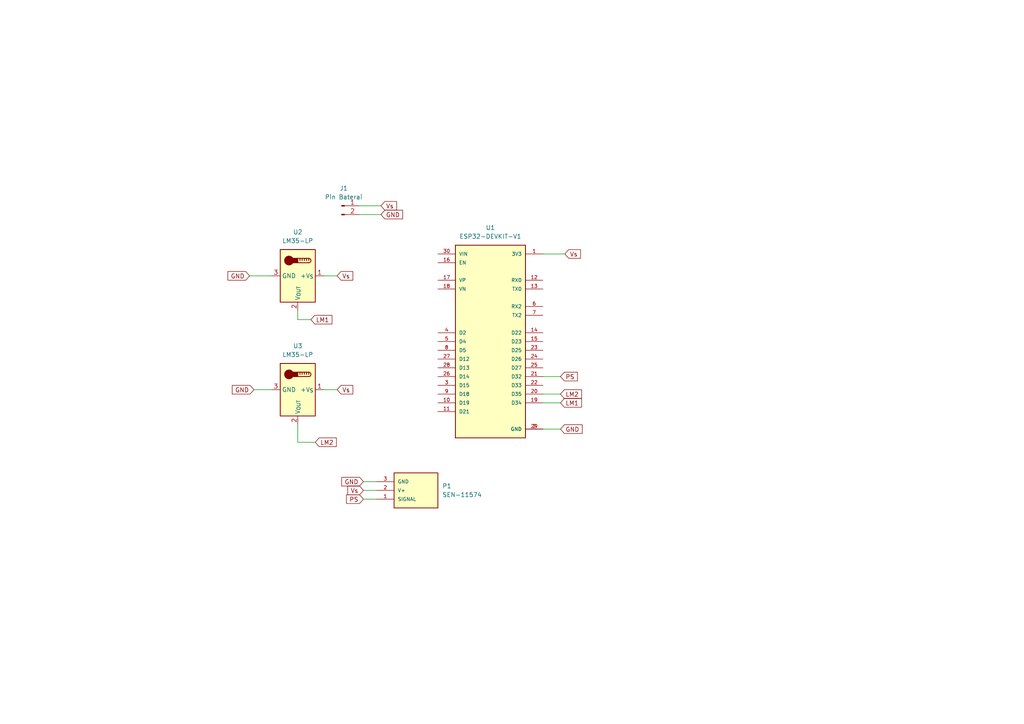
<source format=kicad_sch>
(kicad_sch
	(version 20231120)
	(generator "eeschema")
	(generator_version "8.0")
	(uuid "ebeb2597-4de6-4c9b-9979-27f390d25741")
	(paper "A4")
	(lib_symbols
		(symbol "Connector:Conn_01x02_Pin"
			(pin_names
				(offset 1.016) hide)
			(exclude_from_sim no)
			(in_bom yes)
			(on_board yes)
			(property "Reference" "J"
				(at 0 2.54 0)
				(effects
					(font
						(size 1.27 1.27)
					)
				)
			)
			(property "Value" "Conn_01x02_Pin"
				(at 0 -5.08 0)
				(effects
					(font
						(size 1.27 1.27)
					)
				)
			)
			(property "Footprint" ""
				(at 0 0 0)
				(effects
					(font
						(size 1.27 1.27)
					)
					(hide yes)
				)
			)
			(property "Datasheet" "~"
				(at 0 0 0)
				(effects
					(font
						(size 1.27 1.27)
					)
					(hide yes)
				)
			)
			(property "Description" "Generic connector, single row, 01x02, script generated"
				(at 0 0 0)
				(effects
					(font
						(size 1.27 1.27)
					)
					(hide yes)
				)
			)
			(property "ki_locked" ""
				(at 0 0 0)
				(effects
					(font
						(size 1.27 1.27)
					)
				)
			)
			(property "ki_keywords" "connector"
				(at 0 0 0)
				(effects
					(font
						(size 1.27 1.27)
					)
					(hide yes)
				)
			)
			(property "ki_fp_filters" "Connector*:*_1x??_*"
				(at 0 0 0)
				(effects
					(font
						(size 1.27 1.27)
					)
					(hide yes)
				)
			)
			(symbol "Conn_01x02_Pin_1_1"
				(polyline
					(pts
						(xy 1.27 -2.54) (xy 0.8636 -2.54)
					)
					(stroke
						(width 0.1524)
						(type default)
					)
					(fill
						(type none)
					)
				)
				(polyline
					(pts
						(xy 1.27 0) (xy 0.8636 0)
					)
					(stroke
						(width 0.1524)
						(type default)
					)
					(fill
						(type none)
					)
				)
				(rectangle
					(start 0.8636 -2.413)
					(end 0 -2.667)
					(stroke
						(width 0.1524)
						(type default)
					)
					(fill
						(type outline)
					)
				)
				(rectangle
					(start 0.8636 0.127)
					(end 0 -0.127)
					(stroke
						(width 0.1524)
						(type default)
					)
					(fill
						(type outline)
					)
				)
				(pin passive line
					(at 5.08 0 180)
					(length 3.81)
					(name "Pin_1"
						(effects
							(font
								(size 1.27 1.27)
							)
						)
					)
					(number "1"
						(effects
							(font
								(size 1.27 1.27)
							)
						)
					)
				)
				(pin passive line
					(at 5.08 -2.54 180)
					(length 3.81)
					(name "Pin_2"
						(effects
							(font
								(size 1.27 1.27)
							)
						)
					)
					(number "2"
						(effects
							(font
								(size 1.27 1.27)
							)
						)
					)
				)
			)
		)
		(symbol "ESP32-DEVKIT-V1:ESP32-DEVKIT-V1"
			(pin_names
				(offset 1.016)
			)
			(exclude_from_sim no)
			(in_bom yes)
			(on_board yes)
			(property "Reference" "U"
				(at -10.16 30.48 0)
				(effects
					(font
						(size 1.27 1.27)
					)
					(justify left top)
				)
			)
			(property "Value" "ESP32-DEVKIT-V1"
				(at -10.16 -30.48 0)
				(effects
					(font
						(size 1.27 1.27)
					)
					(justify left bottom)
				)
			)
			(property "Footprint" "ESP32-DEVKIT-V1:MODULE_ESP32_DEVKIT_V1"
				(at 0 0 0)
				(effects
					(font
						(size 1.27 1.27)
					)
					(justify bottom)
					(hide yes)
				)
			)
			(property "Datasheet" ""
				(at 0 0 0)
				(effects
					(font
						(size 1.27 1.27)
					)
					(hide yes)
				)
			)
			(property "Description" ""
				(at 0 0 0)
				(effects
					(font
						(size 1.27 1.27)
					)
					(hide yes)
				)
			)
			(property "MF" "Do it"
				(at 0 0 0)
				(effects
					(font
						(size 1.27 1.27)
					)
					(justify bottom)
					(hide yes)
				)
			)
			(property "MAXIMUM_PACKAGE_HEIGHT" "6.8 mm"
				(at 0 0 0)
				(effects
					(font
						(size 1.27 1.27)
					)
					(justify bottom)
					(hide yes)
				)
			)
			(property "Package" "None"
				(at 0 0 0)
				(effects
					(font
						(size 1.27 1.27)
					)
					(justify bottom)
					(hide yes)
				)
			)
			(property "Price" "None"
				(at 0 0 0)
				(effects
					(font
						(size 1.27 1.27)
					)
					(justify bottom)
					(hide yes)
				)
			)
			(property "Check_prices" "https://www.snapeda.com/parts/ESP32-DEVKIT-V1/Do+it/view-part/?ref=eda"
				(at 0 0 0)
				(effects
					(font
						(size 1.27 1.27)
					)
					(justify bottom)
					(hide yes)
				)
			)
			(property "STANDARD" "Manufacturer Recommendations"
				(at 0 0 0)
				(effects
					(font
						(size 1.27 1.27)
					)
					(justify bottom)
					(hide yes)
				)
			)
			(property "PARTREV" "N/A"
				(at 0 0 0)
				(effects
					(font
						(size 1.27 1.27)
					)
					(justify bottom)
					(hide yes)
				)
			)
			(property "SnapEDA_Link" "https://www.snapeda.com/parts/ESP32-DEVKIT-V1/Do+it/view-part/?ref=snap"
				(at 0 0 0)
				(effects
					(font
						(size 1.27 1.27)
					)
					(justify bottom)
					(hide yes)
				)
			)
			(property "MP" "ESP32-DEVKIT-V1"
				(at 0 0 0)
				(effects
					(font
						(size 1.27 1.27)
					)
					(justify bottom)
					(hide yes)
				)
			)
			(property "Description_1" "\n                        \n                            Dual core, Wi-Fi: 2.4 GHz up to 150 Mbits/s,BLE (Bluetooth Low Energy) and legacy Bluetooth, 32 bits, Up to 240 MHz\n                        \n"
				(at 0 0 0)
				(effects
					(font
						(size 1.27 1.27)
					)
					(justify bottom)
					(hide yes)
				)
			)
			(property "Availability" "Not in stock"
				(at 0 0 0)
				(effects
					(font
						(size 1.27 1.27)
					)
					(justify bottom)
					(hide yes)
				)
			)
			(property "MANUFACTURER" "DOIT"
				(at 0 0 0)
				(effects
					(font
						(size 1.27 1.27)
					)
					(justify bottom)
					(hide yes)
				)
			)
			(symbol "ESP32-DEVKIT-V1_0_0"
				(rectangle
					(start -10.16 -27.94)
					(end 10.16 27.94)
					(stroke
						(width 0.254)
						(type default)
					)
					(fill
						(type background)
					)
				)
				(pin output line
					(at 15.24 25.4 180)
					(length 5.08)
					(name "3V3"
						(effects
							(font
								(size 1.016 1.016)
							)
						)
					)
					(number "1"
						(effects
							(font
								(size 1.016 1.016)
							)
						)
					)
				)
				(pin bidirectional line
					(at -15.24 -17.78 0)
					(length 5.08)
					(name "D19"
						(effects
							(font
								(size 1.016 1.016)
							)
						)
					)
					(number "10"
						(effects
							(font
								(size 1.016 1.016)
							)
						)
					)
				)
				(pin bidirectional line
					(at -15.24 -20.32 0)
					(length 5.08)
					(name "D21"
						(effects
							(font
								(size 1.016 1.016)
							)
						)
					)
					(number "11"
						(effects
							(font
								(size 1.016 1.016)
							)
						)
					)
				)
				(pin input line
					(at 15.24 17.78 180)
					(length 5.08)
					(name "RX0"
						(effects
							(font
								(size 1.016 1.016)
							)
						)
					)
					(number "12"
						(effects
							(font
								(size 1.016 1.016)
							)
						)
					)
				)
				(pin output line
					(at 15.24 15.24 180)
					(length 5.08)
					(name "TX0"
						(effects
							(font
								(size 1.016 1.016)
							)
						)
					)
					(number "13"
						(effects
							(font
								(size 1.016 1.016)
							)
						)
					)
				)
				(pin bidirectional line
					(at 15.24 2.54 180)
					(length 5.08)
					(name "D22"
						(effects
							(font
								(size 1.016 1.016)
							)
						)
					)
					(number "14"
						(effects
							(font
								(size 1.016 1.016)
							)
						)
					)
				)
				(pin bidirectional line
					(at 15.24 0 180)
					(length 5.08)
					(name "D23"
						(effects
							(font
								(size 1.016 1.016)
							)
						)
					)
					(number "15"
						(effects
							(font
								(size 1.016 1.016)
							)
						)
					)
				)
				(pin input line
					(at -15.24 22.86 0)
					(length 5.08)
					(name "EN"
						(effects
							(font
								(size 1.016 1.016)
							)
						)
					)
					(number "16"
						(effects
							(font
								(size 1.016 1.016)
							)
						)
					)
				)
				(pin bidirectional line
					(at -15.24 17.78 0)
					(length 5.08)
					(name "VP"
						(effects
							(font
								(size 1.016 1.016)
							)
						)
					)
					(number "17"
						(effects
							(font
								(size 1.016 1.016)
							)
						)
					)
				)
				(pin bidirectional line
					(at -15.24 15.24 0)
					(length 5.08)
					(name "VN"
						(effects
							(font
								(size 1.016 1.016)
							)
						)
					)
					(number "18"
						(effects
							(font
								(size 1.016 1.016)
							)
						)
					)
				)
				(pin bidirectional line
					(at 15.24 -17.78 180)
					(length 5.08)
					(name "D34"
						(effects
							(font
								(size 1.016 1.016)
							)
						)
					)
					(number "19"
						(effects
							(font
								(size 1.016 1.016)
							)
						)
					)
				)
				(pin power_in line
					(at 15.24 -25.4 180)
					(length 5.08)
					(name "GND"
						(effects
							(font
								(size 1.016 1.016)
							)
						)
					)
					(number "2"
						(effects
							(font
								(size 1.016 1.016)
							)
						)
					)
				)
				(pin bidirectional line
					(at 15.24 -15.24 180)
					(length 5.08)
					(name "D35"
						(effects
							(font
								(size 1.016 1.016)
							)
						)
					)
					(number "20"
						(effects
							(font
								(size 1.016 1.016)
							)
						)
					)
				)
				(pin bidirectional line
					(at 15.24 -10.16 180)
					(length 5.08)
					(name "D32"
						(effects
							(font
								(size 1.016 1.016)
							)
						)
					)
					(number "21"
						(effects
							(font
								(size 1.016 1.016)
							)
						)
					)
				)
				(pin bidirectional line
					(at 15.24 -12.7 180)
					(length 5.08)
					(name "D33"
						(effects
							(font
								(size 1.016 1.016)
							)
						)
					)
					(number "22"
						(effects
							(font
								(size 1.016 1.016)
							)
						)
					)
				)
				(pin bidirectional line
					(at 15.24 -2.54 180)
					(length 5.08)
					(name "D25"
						(effects
							(font
								(size 1.016 1.016)
							)
						)
					)
					(number "23"
						(effects
							(font
								(size 1.016 1.016)
							)
						)
					)
				)
				(pin bidirectional line
					(at 15.24 -5.08 180)
					(length 5.08)
					(name "D26"
						(effects
							(font
								(size 1.016 1.016)
							)
						)
					)
					(number "24"
						(effects
							(font
								(size 1.016 1.016)
							)
						)
					)
				)
				(pin bidirectional line
					(at 15.24 -7.62 180)
					(length 5.08)
					(name "D27"
						(effects
							(font
								(size 1.016 1.016)
							)
						)
					)
					(number "25"
						(effects
							(font
								(size 1.016 1.016)
							)
						)
					)
				)
				(pin bidirectional line
					(at -15.24 -10.16 0)
					(length 5.08)
					(name "D14"
						(effects
							(font
								(size 1.016 1.016)
							)
						)
					)
					(number "26"
						(effects
							(font
								(size 1.016 1.016)
							)
						)
					)
				)
				(pin bidirectional line
					(at -15.24 -5.08 0)
					(length 5.08)
					(name "D12"
						(effects
							(font
								(size 1.016 1.016)
							)
						)
					)
					(number "27"
						(effects
							(font
								(size 1.016 1.016)
							)
						)
					)
				)
				(pin bidirectional line
					(at -15.24 -7.62 0)
					(length 5.08)
					(name "D13"
						(effects
							(font
								(size 1.016 1.016)
							)
						)
					)
					(number "28"
						(effects
							(font
								(size 1.016 1.016)
							)
						)
					)
				)
				(pin power_in line
					(at 15.24 -25.4 180)
					(length 5.08)
					(name "GND"
						(effects
							(font
								(size 1.016 1.016)
							)
						)
					)
					(number "29"
						(effects
							(font
								(size 1.016 1.016)
							)
						)
					)
				)
				(pin bidirectional line
					(at -15.24 -12.7 0)
					(length 5.08)
					(name "D15"
						(effects
							(font
								(size 1.016 1.016)
							)
						)
					)
					(number "3"
						(effects
							(font
								(size 1.016 1.016)
							)
						)
					)
				)
				(pin input line
					(at -15.24 25.4 0)
					(length 5.08)
					(name "VIN"
						(effects
							(font
								(size 1.016 1.016)
							)
						)
					)
					(number "30"
						(effects
							(font
								(size 1.016 1.016)
							)
						)
					)
				)
				(pin bidirectional line
					(at -15.24 2.54 0)
					(length 5.08)
					(name "D2"
						(effects
							(font
								(size 1.016 1.016)
							)
						)
					)
					(number "4"
						(effects
							(font
								(size 1.016 1.016)
							)
						)
					)
				)
				(pin bidirectional line
					(at -15.24 0 0)
					(length 5.08)
					(name "D4"
						(effects
							(font
								(size 1.016 1.016)
							)
						)
					)
					(number "5"
						(effects
							(font
								(size 1.016 1.016)
							)
						)
					)
				)
				(pin input line
					(at 15.24 10.16 180)
					(length 5.08)
					(name "RX2"
						(effects
							(font
								(size 1.016 1.016)
							)
						)
					)
					(number "6"
						(effects
							(font
								(size 1.016 1.016)
							)
						)
					)
				)
				(pin output line
					(at 15.24 7.62 180)
					(length 5.08)
					(name "TX2"
						(effects
							(font
								(size 1.016 1.016)
							)
						)
					)
					(number "7"
						(effects
							(font
								(size 1.016 1.016)
							)
						)
					)
				)
				(pin bidirectional line
					(at -15.24 -2.54 0)
					(length 5.08)
					(name "D5"
						(effects
							(font
								(size 1.016 1.016)
							)
						)
					)
					(number "8"
						(effects
							(font
								(size 1.016 1.016)
							)
						)
					)
				)
				(pin bidirectional line
					(at -15.24 -15.24 0)
					(length 5.08)
					(name "D18"
						(effects
							(font
								(size 1.016 1.016)
							)
						)
					)
					(number "9"
						(effects
							(font
								(size 1.016 1.016)
							)
						)
					)
				)
			)
		)
		(symbol "SEN-11574:SEN-11574"
			(pin_names
				(offset 1.016)
			)
			(exclude_from_sim no)
			(in_bom yes)
			(on_board yes)
			(property "Reference" "P"
				(at 0 5.5958 0)
				(effects
					(font
						(size 1.27 1.27)
					)
					(justify left bottom)
				)
			)
			(property "Value" "SEN-11574"
				(at 0 -7.6429 0)
				(effects
					(font
						(size 1.27 1.27)
					)
					(justify left bottom)
				)
			)
			(property "Footprint" "SEN-11574:XDCR_SEN-11574"
				(at 0 0 0)
				(effects
					(font
						(size 1.27 1.27)
					)
					(justify bottom)
					(hide yes)
				)
			)
			(property "Datasheet" ""
				(at 0 0 0)
				(effects
					(font
						(size 1.27 1.27)
					)
					(hide yes)
				)
			)
			(property "Description" ""
				(at 0 0 0)
				(effects
					(font
						(size 1.27 1.27)
					)
					(hide yes)
				)
			)
			(property "MF" "SparkFun"
				(at 0 0 0)
				(effects
					(font
						(size 1.27 1.27)
					)
					(justify bottom)
					(hide yes)
				)
			)
			(property "Description_1" "\nPULSE SENSOR FOR ARDUINO\n"
				(at 0 0 0)
				(effects
					(font
						(size 1.27 1.27)
					)
					(justify bottom)
					(hide yes)
				)
			)
			(property "Package" "None"
				(at 0 0 0)
				(effects
					(font
						(size 1.27 1.27)
					)
					(justify bottom)
					(hide yes)
				)
			)
			(property "Price" "None"
				(at 0 0 0)
				(effects
					(font
						(size 1.27 1.27)
					)
					(justify bottom)
					(hide yes)
				)
			)
			(property "Check_prices" "https://www.snapeda.com/parts/SEN-11574/SparkFun+Electronics/view-part/?ref=eda"
				(at 0 0 0)
				(effects
					(font
						(size 1.27 1.27)
					)
					(justify bottom)
					(hide yes)
				)
			)
			(property "SnapEDA_Link" "https://www.snapeda.com/parts/SEN-11574/SparkFun+Electronics/view-part/?ref=snap"
				(at 0 0 0)
				(effects
					(font
						(size 1.27 1.27)
					)
					(justify bottom)
					(hide yes)
				)
			)
			(property "MP" "SEN-11574"
				(at 0 0 0)
				(effects
					(font
						(size 1.27 1.27)
					)
					(justify bottom)
					(hide yes)
				)
			)
			(property "Purchase-URL" "https://www.snapeda.com/api/url_track_click_mouser/?unipart_id=1269548&manufacturer=SparkFun&part_name=SEN-11574&search_term=None"
				(at 0 0 0)
				(effects
					(font
						(size 1.27 1.27)
					)
					(justify bottom)
					(hide yes)
				)
			)
			(property "Availability" "In Stock"
				(at 0 0 0)
				(effects
					(font
						(size 1.27 1.27)
					)
					(justify bottom)
					(hide yes)
				)
			)
			(property "MANUFACTURER" "Sparkfun Electronics"
				(at 0 0 0)
				(effects
					(font
						(size 1.27 1.27)
					)
					(justify bottom)
					(hide yes)
				)
			)
			(symbol "SEN-11574_0_0"
				(rectangle
					(start 0 -5.08)
					(end 12.7 5.08)
					(stroke
						(width 0.254)
						(type default)
					)
					(fill
						(type background)
					)
				)
				(pin bidirectional line
					(at -5.08 -2.54 0)
					(length 5.08)
					(name "SIGNAL"
						(effects
							(font
								(size 1.016 1.016)
							)
						)
					)
					(number "1"
						(effects
							(font
								(size 1.016 1.016)
							)
						)
					)
				)
				(pin power_in line
					(at -5.08 0 0)
					(length 5.08)
					(name "V+"
						(effects
							(font
								(size 1.016 1.016)
							)
						)
					)
					(number "2"
						(effects
							(font
								(size 1.016 1.016)
							)
						)
					)
				)
				(pin power_in line
					(at -5.08 2.54 0)
					(length 5.08)
					(name "GND"
						(effects
							(font
								(size 1.016 1.016)
							)
						)
					)
					(number "3"
						(effects
							(font
								(size 1.016 1.016)
							)
						)
					)
				)
			)
		)
		(symbol "Sensor_Temperature:LM35-LP"
			(exclude_from_sim no)
			(in_bom yes)
			(on_board yes)
			(property "Reference" "U"
				(at -6.35 6.35 0)
				(effects
					(font
						(size 1.27 1.27)
					)
				)
			)
			(property "Value" "LM35-LP"
				(at 1.27 6.35 0)
				(effects
					(font
						(size 1.27 1.27)
					)
					(justify left)
				)
			)
			(property "Footprint" "Package_TO_SOT_THT:TO-92_Inline"
				(at 1.27 -6.35 0)
				(effects
					(font
						(size 1.27 1.27)
					)
					(justify left)
					(hide yes)
				)
			)
			(property "Datasheet" "http://www.ti.com/lit/ds/symlink/lm35.pdf"
				(at 0 0 0)
				(effects
					(font
						(size 1.27 1.27)
					)
					(hide yes)
				)
			)
			(property "Description" "Precision centigrade temperature sensor, TO-92"
				(at 0 0 0)
				(effects
					(font
						(size 1.27 1.27)
					)
					(hide yes)
				)
			)
			(property "ki_keywords" "temperature sensor thermistor"
				(at 0 0 0)
				(effects
					(font
						(size 1.27 1.27)
					)
					(hide yes)
				)
			)
			(property "ki_fp_filters" "TO?92*"
				(at 0 0 0)
				(effects
					(font
						(size 1.27 1.27)
					)
					(hide yes)
				)
			)
			(symbol "LM35-LP_0_1"
				(rectangle
					(start -7.62 5.08)
					(end 7.62 -5.08)
					(stroke
						(width 0.254)
						(type default)
					)
					(fill
						(type background)
					)
				)
				(circle
					(center -4.445 -2.54)
					(radius 1.27)
					(stroke
						(width 0.254)
						(type default)
					)
					(fill
						(type outline)
					)
				)
				(rectangle
					(start -3.81 -1.905)
					(end -5.08 0)
					(stroke
						(width 0.254)
						(type default)
					)
					(fill
						(type outline)
					)
				)
				(arc
					(start -3.81 3.175)
					(mid -4.445 3.8073)
					(end -5.08 3.175)
					(stroke
						(width 0.254)
						(type default)
					)
					(fill
						(type none)
					)
				)
				(polyline
					(pts
						(xy -5.08 0.635) (xy -4.445 0.635)
					)
					(stroke
						(width 0.254)
						(type default)
					)
					(fill
						(type none)
					)
				)
				(polyline
					(pts
						(xy -5.08 1.27) (xy -4.445 1.27)
					)
					(stroke
						(width 0.254)
						(type default)
					)
					(fill
						(type none)
					)
				)
				(polyline
					(pts
						(xy -5.08 1.905) (xy -4.445 1.905)
					)
					(stroke
						(width 0.254)
						(type default)
					)
					(fill
						(type none)
					)
				)
				(polyline
					(pts
						(xy -5.08 2.54) (xy -4.445 2.54)
					)
					(stroke
						(width 0.254)
						(type default)
					)
					(fill
						(type none)
					)
				)
				(polyline
					(pts
						(xy -5.08 3.175) (xy -5.08 0)
					)
					(stroke
						(width 0.254)
						(type default)
					)
					(fill
						(type none)
					)
				)
				(polyline
					(pts
						(xy -5.08 3.175) (xy -4.445 3.175)
					)
					(stroke
						(width 0.254)
						(type default)
					)
					(fill
						(type none)
					)
				)
				(polyline
					(pts
						(xy -3.81 3.175) (xy -3.81 0)
					)
					(stroke
						(width 0.254)
						(type default)
					)
					(fill
						(type none)
					)
				)
			)
			(symbol "LM35-LP_1_1"
				(pin power_in line
					(at 0 7.62 270)
					(length 2.54)
					(name "+V_{S}"
						(effects
							(font
								(size 1.27 1.27)
							)
						)
					)
					(number "1"
						(effects
							(font
								(size 1.27 1.27)
							)
						)
					)
				)
				(pin output line
					(at 10.16 0 180)
					(length 2.54)
					(name "V_{OUT}"
						(effects
							(font
								(size 1.27 1.27)
							)
						)
					)
					(number "2"
						(effects
							(font
								(size 1.27 1.27)
							)
						)
					)
				)
				(pin power_in line
					(at 0 -7.62 90)
					(length 2.54)
					(name "GND"
						(effects
							(font
								(size 1.27 1.27)
							)
						)
					)
					(number "3"
						(effects
							(font
								(size 1.27 1.27)
							)
						)
					)
				)
			)
		)
	)
	(wire
		(pts
			(xy 86.36 128.27) (xy 91.44 128.27)
		)
		(stroke
			(width 0)
			(type default)
		)
		(uuid "041b925e-8dc9-4f75-8190-548929b756a3")
	)
	(wire
		(pts
			(xy 105.41 142.24) (xy 109.22 142.24)
		)
		(stroke
			(width 0)
			(type default)
		)
		(uuid "25459183-97bf-48dc-8d43-21ead3299096")
	)
	(wire
		(pts
			(xy 86.36 92.71) (xy 90.17 92.71)
		)
		(stroke
			(width 0)
			(type default)
		)
		(uuid "2e2e719e-ba6c-43bb-bd32-866ad1ce6200")
	)
	(wire
		(pts
			(xy 86.36 123.19) (xy 86.36 128.27)
		)
		(stroke
			(width 0)
			(type default)
		)
		(uuid "2f24f028-5ed1-46da-941a-630e04b87f20")
	)
	(wire
		(pts
			(xy 157.48 73.66) (xy 163.83 73.66)
		)
		(stroke
			(width 0)
			(type default)
		)
		(uuid "3f441afe-8041-45dd-9f68-c935ba3d0542")
	)
	(wire
		(pts
			(xy 105.41 144.78) (xy 109.22 144.78)
		)
		(stroke
			(width 0)
			(type default)
		)
		(uuid "622cd5df-f360-4f91-bf5c-4fe0c4fe2ab7")
	)
	(wire
		(pts
			(xy 157.48 124.46) (xy 162.56 124.46)
		)
		(stroke
			(width 0)
			(type default)
		)
		(uuid "7a3d9b5a-46ed-4132-a322-e630b3062c93")
	)
	(wire
		(pts
			(xy 93.98 113.03) (xy 97.79 113.03)
		)
		(stroke
			(width 0)
			(type default)
		)
		(uuid "7bc5b475-9189-4126-a786-fafe490b2769")
	)
	(wire
		(pts
			(xy 86.36 90.17) (xy 86.36 92.71)
		)
		(stroke
			(width 0)
			(type default)
		)
		(uuid "802e9efd-cc50-4a2d-9dfb-057d97b2dbfd")
	)
	(wire
		(pts
			(xy 157.48 116.84) (xy 162.56 116.84)
		)
		(stroke
			(width 0)
			(type default)
		)
		(uuid "91f1ed15-7bb5-4c91-8e6b-8fb5a741ec72")
	)
	(wire
		(pts
			(xy 93.98 80.01) (xy 97.79 80.01)
		)
		(stroke
			(width 0)
			(type default)
		)
		(uuid "9bc20285-e36d-47be-9e70-1d21436a8b2e")
	)
	(wire
		(pts
			(xy 105.41 139.7) (xy 109.22 139.7)
		)
		(stroke
			(width 0)
			(type default)
		)
		(uuid "a40f35f4-dabc-499b-b17e-cfd7a4ce7030")
	)
	(wire
		(pts
			(xy 73.66 113.03) (xy 78.74 113.03)
		)
		(stroke
			(width 0)
			(type default)
		)
		(uuid "bcc060b8-b6c8-4e36-a989-5b3d36662d60")
	)
	(wire
		(pts
			(xy 104.14 62.23) (xy 110.49 62.23)
		)
		(stroke
			(width 0)
			(type default)
		)
		(uuid "d39c4213-41fb-49f2-8461-cca1dae0b524")
	)
	(wire
		(pts
			(xy 104.14 59.69) (xy 110.49 59.69)
		)
		(stroke
			(width 0)
			(type default)
		)
		(uuid "ddef150b-9d72-423b-b102-8b216f0fc1b8")
	)
	(wire
		(pts
			(xy 72.39 80.01) (xy 78.74 80.01)
		)
		(stroke
			(width 0)
			(type default)
		)
		(uuid "e54ef579-a797-4bf7-b350-e27d00e589d2")
	)
	(wire
		(pts
			(xy 157.48 114.3) (xy 162.56 114.3)
		)
		(stroke
			(width 0)
			(type default)
		)
		(uuid "e670aca0-68bd-47c5-acca-4b18c4f06941")
	)
	(wire
		(pts
			(xy 157.48 109.22) (xy 162.56 109.22)
		)
		(stroke
			(width 0)
			(type default)
		)
		(uuid "ffdbed5d-eefa-4f0e-a3b8-68408982f198")
	)
	(global_label "Vs"
		(shape input)
		(at 110.49 59.69 0)
		(fields_autoplaced yes)
		(effects
			(font
				(size 1.27 1.27)
			)
			(justify left)
		)
		(uuid "09f55b3e-44a3-4f6e-b926-9d39f0e1017d")
		(property "Intersheetrefs" "${INTERSHEET_REFS}"
			(at 115.5919 59.69 0)
			(effects
				(font
					(size 1.27 1.27)
				)
				(justify left)
				(hide yes)
			)
		)
	)
	(global_label "PS"
		(shape input)
		(at 105.41 144.78 180)
		(fields_autoplaced yes)
		(effects
			(font
				(size 1.27 1.27)
			)
			(justify right)
		)
		(uuid "19c66977-57b0-4b92-ae97-ebdead994d7b")
		(property "Intersheetrefs" "${INTERSHEET_REFS}"
			(at 99.9453 144.78 0)
			(effects
				(font
					(size 1.27 1.27)
				)
				(justify right)
				(hide yes)
			)
		)
	)
	(global_label "LM2"
		(shape input)
		(at 162.56 114.3 0)
		(fields_autoplaced yes)
		(effects
			(font
				(size 1.27 1.27)
			)
			(justify left)
		)
		(uuid "21486ba5-1dcf-4d58-927c-762414fe7b90")
		(property "Intersheetrefs" "${INTERSHEET_REFS}"
			(at 169.2342 114.3 0)
			(effects
				(font
					(size 1.27 1.27)
				)
				(justify left)
				(hide yes)
			)
		)
	)
	(global_label "GND"
		(shape input)
		(at 105.41 139.7 180)
		(fields_autoplaced yes)
		(effects
			(font
				(size 1.27 1.27)
			)
			(justify right)
		)
		(uuid "356b98b1-ce96-44c2-b103-52713e7e281c")
		(property "Intersheetrefs" "${INTERSHEET_REFS}"
			(at 98.5543 139.7 0)
			(effects
				(font
					(size 1.27 1.27)
				)
				(justify right)
				(hide yes)
			)
		)
	)
	(global_label "Vs"
		(shape input)
		(at 105.41 142.24 180)
		(fields_autoplaced yes)
		(effects
			(font
				(size 1.27 1.27)
			)
			(justify right)
		)
		(uuid "3d4a6026-c5b7-4a52-be4d-28e3fb51bcc4")
		(property "Intersheetrefs" "${INTERSHEET_REFS}"
			(at 100.3081 142.24 0)
			(effects
				(font
					(size 1.27 1.27)
				)
				(justify right)
				(hide yes)
			)
		)
	)
	(global_label "LM1"
		(shape input)
		(at 90.17 92.71 0)
		(fields_autoplaced yes)
		(effects
			(font
				(size 1.27 1.27)
			)
			(justify left)
		)
		(uuid "46ceb9a9-e1e9-4128-a105-20d05578d10f")
		(property "Intersheetrefs" "${INTERSHEET_REFS}"
			(at 96.8442 92.71 0)
			(effects
				(font
					(size 1.27 1.27)
				)
				(justify left)
				(hide yes)
			)
		)
	)
	(global_label "LM1"
		(shape input)
		(at 162.56 116.84 0)
		(fields_autoplaced yes)
		(effects
			(font
				(size 1.27 1.27)
			)
			(justify left)
		)
		(uuid "4d31d57e-fae2-4898-aab2-c0eb085b1e09")
		(property "Intersheetrefs" "${INTERSHEET_REFS}"
			(at 169.2342 116.84 0)
			(effects
				(font
					(size 1.27 1.27)
				)
				(justify left)
				(hide yes)
			)
		)
	)
	(global_label "GND"
		(shape input)
		(at 162.56 124.46 0)
		(fields_autoplaced yes)
		(effects
			(font
				(size 1.27 1.27)
			)
			(justify left)
		)
		(uuid "5680a792-b6e0-4fae-a253-96fcf1ef15de")
		(property "Intersheetrefs" "${INTERSHEET_REFS}"
			(at 169.4157 124.46 0)
			(effects
				(font
					(size 1.27 1.27)
				)
				(justify left)
				(hide yes)
			)
		)
	)
	(global_label "GND"
		(shape input)
		(at 110.49 62.23 0)
		(fields_autoplaced yes)
		(effects
			(font
				(size 1.27 1.27)
			)
			(justify left)
		)
		(uuid "59542815-e59d-4c9b-87a6-19c5df099de4")
		(property "Intersheetrefs" "${INTERSHEET_REFS}"
			(at 117.3457 62.23 0)
			(effects
				(font
					(size 1.27 1.27)
				)
				(justify left)
				(hide yes)
			)
		)
	)
	(global_label "Vs"
		(shape input)
		(at 97.79 113.03 0)
		(fields_autoplaced yes)
		(effects
			(font
				(size 1.27 1.27)
			)
			(justify left)
		)
		(uuid "5f1f2311-590b-4da5-a07f-d31c00d54752")
		(property "Intersheetrefs" "${INTERSHEET_REFS}"
			(at 102.8919 113.03 0)
			(effects
				(font
					(size 1.27 1.27)
				)
				(justify left)
				(hide yes)
			)
		)
	)
	(global_label "GND"
		(shape input)
		(at 72.39 80.01 180)
		(fields_autoplaced yes)
		(effects
			(font
				(size 1.27 1.27)
			)
			(justify right)
		)
		(uuid "753db182-4532-4e6a-bd71-7e15e37ff550")
		(property "Intersheetrefs" "${INTERSHEET_REFS}"
			(at 65.5343 80.01 0)
			(effects
				(font
					(size 1.27 1.27)
				)
				(justify right)
				(hide yes)
			)
		)
	)
	(global_label "Vs"
		(shape input)
		(at 163.83 73.66 0)
		(fields_autoplaced yes)
		(effects
			(font
				(size 1.27 1.27)
			)
			(justify left)
		)
		(uuid "77ea698b-fe69-49ae-beb4-fc472c572d26")
		(property "Intersheetrefs" "${INTERSHEET_REFS}"
			(at 168.9319 73.66 0)
			(effects
				(font
					(size 1.27 1.27)
				)
				(justify left)
				(hide yes)
			)
		)
	)
	(global_label "Vs"
		(shape input)
		(at 97.79 80.01 0)
		(fields_autoplaced yes)
		(effects
			(font
				(size 1.27 1.27)
			)
			(justify left)
		)
		(uuid "bd048a2b-127c-497b-bf60-2d2110904e15")
		(property "Intersheetrefs" "${INTERSHEET_REFS}"
			(at 102.8919 80.01 0)
			(effects
				(font
					(size 1.27 1.27)
				)
				(justify left)
				(hide yes)
			)
		)
	)
	(global_label "PS"
		(shape input)
		(at 162.56 109.22 0)
		(fields_autoplaced yes)
		(effects
			(font
				(size 1.27 1.27)
			)
			(justify left)
		)
		(uuid "d9ddc08d-5ea4-43a1-835d-36b012819813")
		(property "Intersheetrefs" "${INTERSHEET_REFS}"
			(at 168.0247 109.22 0)
			(effects
				(font
					(size 1.27 1.27)
				)
				(justify left)
				(hide yes)
			)
		)
	)
	(global_label "GND"
		(shape input)
		(at 73.66 113.03 180)
		(fields_autoplaced yes)
		(effects
			(font
				(size 1.27 1.27)
			)
			(justify right)
		)
		(uuid "e5dd2057-5980-4390-9e62-04325a054ab8")
		(property "Intersheetrefs" "${INTERSHEET_REFS}"
			(at 66.8043 113.03 0)
			(effects
				(font
					(size 1.27 1.27)
				)
				(justify right)
				(hide yes)
			)
		)
	)
	(global_label "LM2"
		(shape input)
		(at 91.44 128.27 0)
		(fields_autoplaced yes)
		(effects
			(font
				(size 1.27 1.27)
			)
			(justify left)
		)
		(uuid "e79f9e07-2811-4020-a8ad-59882d99f8ca")
		(property "Intersheetrefs" "${INTERSHEET_REFS}"
			(at 98.1142 128.27 0)
			(effects
				(font
					(size 1.27 1.27)
				)
				(justify left)
				(hide yes)
			)
		)
	)
	(symbol
		(lib_id "Connector:Conn_01x02_Pin")
		(at 99.06 59.69 0)
		(unit 1)
		(exclude_from_sim no)
		(in_bom yes)
		(on_board yes)
		(dnp no)
		(fields_autoplaced yes)
		(uuid "04f0420e-5031-4785-b3a5-cb1b3b93986b")
		(property "Reference" "J1"
			(at 99.695 54.61 0)
			(effects
				(font
					(size 1.27 1.27)
				)
			)
		)
		(property "Value" "Pin Baterai"
			(at 99.695 57.15 0)
			(effects
				(font
					(size 1.27 1.27)
				)
			)
		)
		(property "Footprint" "Connector_PinHeader_2.54mm:PinHeader_1x02_P2.54mm_Vertical"
			(at 99.06 59.69 0)
			(effects
				(font
					(size 1.27 1.27)
				)
				(hide yes)
			)
		)
		(property "Datasheet" "~"
			(at 99.06 59.69 0)
			(effects
				(font
					(size 1.27 1.27)
				)
				(hide yes)
			)
		)
		(property "Description" "Generic connector, single row, 01x02, script generated"
			(at 99.06 59.69 0)
			(effects
				(font
					(size 1.27 1.27)
				)
				(hide yes)
			)
		)
		(pin "1"
			(uuid "5d875520-adda-4ea7-91af-d3bacd2320d2")
		)
		(pin "2"
			(uuid "f247568b-0202-4633-a690-9dc6a7eec09f")
		)
		(instances
			(project ""
				(path "/ebeb2597-4de6-4c9b-9979-27f390d25741"
					(reference "J1")
					(unit 1)
				)
			)
		)
	)
	(symbol
		(lib_id "SEN-11574:SEN-11574")
		(at 114.3 142.24 0)
		(unit 1)
		(exclude_from_sim no)
		(in_bom yes)
		(on_board yes)
		(dnp no)
		(fields_autoplaced yes)
		(uuid "574b824b-765a-46c5-a086-fdfbd8bde25b")
		(property "Reference" "P1"
			(at 128.27 140.9699 0)
			(effects
				(font
					(size 1.27 1.27)
				)
				(justify left)
			)
		)
		(property "Value" "SEN-11574"
			(at 128.27 143.5099 0)
			(effects
				(font
					(size 1.27 1.27)
				)
				(justify left)
			)
		)
		(property "Footprint" "Connector_PinHeader_2.54mm:PinHeader_1x03_P2.54mm_Vertical"
			(at 114.3 142.24 0)
			(effects
				(font
					(size 1.27 1.27)
				)
				(justify bottom)
				(hide yes)
			)
		)
		(property "Datasheet" ""
			(at 114.3 142.24 0)
			(effects
				(font
					(size 1.27 1.27)
				)
				(hide yes)
			)
		)
		(property "Description" ""
			(at 114.3 142.24 0)
			(effects
				(font
					(size 1.27 1.27)
				)
				(hide yes)
			)
		)
		(property "MF" "SparkFun"
			(at 114.3 142.24 0)
			(effects
				(font
					(size 1.27 1.27)
				)
				(justify bottom)
				(hide yes)
			)
		)
		(property "Description_1" "\nPULSE SENSOR FOR ARDUINO\n"
			(at 114.3 142.24 0)
			(effects
				(font
					(size 1.27 1.27)
				)
				(justify bottom)
				(hide yes)
			)
		)
		(property "Package" "None"
			(at 114.3 142.24 0)
			(effects
				(font
					(size 1.27 1.27)
				)
				(justify bottom)
				(hide yes)
			)
		)
		(property "Price" "None"
			(at 114.3 142.24 0)
			(effects
				(font
					(size 1.27 1.27)
				)
				(justify bottom)
				(hide yes)
			)
		)
		(property "Check_prices" "https://www.snapeda.com/parts/SEN-11574/SparkFun+Electronics/view-part/?ref=eda"
			(at 114.3 142.24 0)
			(effects
				(font
					(size 1.27 1.27)
				)
				(justify bottom)
				(hide yes)
			)
		)
		(property "SnapEDA_Link" "https://www.snapeda.com/parts/SEN-11574/SparkFun+Electronics/view-part/?ref=snap"
			(at 114.3 142.24 0)
			(effects
				(font
					(size 1.27 1.27)
				)
				(justify bottom)
				(hide yes)
			)
		)
		(property "MP" "SEN-11574"
			(at 114.3 142.24 0)
			(effects
				(font
					(size 1.27 1.27)
				)
				(justify bottom)
				(hide yes)
			)
		)
		(property "Purchase-URL" "https://www.snapeda.com/api/url_track_click_mouser/?unipart_id=1269548&manufacturer=SparkFun&part_name=SEN-11574&search_term=None"
			(at 114.3 142.24 0)
			(effects
				(font
					(size 1.27 1.27)
				)
				(justify bottom)
				(hide yes)
			)
		)
		(property "Availability" "In Stock"
			(at 114.3 142.24 0)
			(effects
				(font
					(size 1.27 1.27)
				)
				(justify bottom)
				(hide yes)
			)
		)
		(property "MANUFACTURER" "Sparkfun Electronics"
			(at 114.3 142.24 0)
			(effects
				(font
					(size 1.27 1.27)
				)
				(justify bottom)
				(hide yes)
			)
		)
		(pin "2"
			(uuid "eb6da978-b1d3-4e0b-8a76-c2659c53f9c9")
		)
		(pin "1"
			(uuid "0b52ac36-9063-4911-a17e-38a8afa55064")
		)
		(pin "3"
			(uuid "f41bb36e-9304-46d5-ad6c-334cd3176f71")
		)
		(instances
			(project ""
				(path "/ebeb2597-4de6-4c9b-9979-27f390d25741"
					(reference "P1")
					(unit 1)
				)
			)
		)
	)
	(symbol
		(lib_id "Sensor_Temperature:LM35-LP")
		(at 86.36 113.03 270)
		(unit 1)
		(exclude_from_sim no)
		(in_bom yes)
		(on_board yes)
		(dnp no)
		(fields_autoplaced yes)
		(uuid "9b4d5292-60f3-4aed-bb9d-42f111a1ee7e")
		(property "Reference" "U3"
			(at 86.36 100.33 90)
			(effects
				(font
					(size 1.27 1.27)
				)
			)
		)
		(property "Value" "LM35-LP"
			(at 86.36 102.87 90)
			(effects
				(font
					(size 1.27 1.27)
				)
			)
		)
		(property "Footprint" "Connector_PinHeader_2.54mm:PinHeader_1x03_P2.54mm_Vertical"
			(at 80.01 114.3 0)
			(effects
				(font
					(size 1.27 1.27)
				)
				(justify left)
				(hide yes)
			)
		)
		(property "Datasheet" "http://www.ti.com/lit/ds/symlink/lm35.pdf"
			(at 86.36 113.03 0)
			(effects
				(font
					(size 1.27 1.27)
				)
				(hide yes)
			)
		)
		(property "Description" "Precision centigrade temperature sensor, TO-92"
			(at 86.36 113.03 0)
			(effects
				(font
					(size 1.27 1.27)
				)
				(hide yes)
			)
		)
		(pin "1"
			(uuid "766e9a0a-e0a3-42b5-b470-8f6c3b47d274")
		)
		(pin "2"
			(uuid "8dd85f98-c5c5-48b2-84bf-a3362e426456")
		)
		(pin "3"
			(uuid "4d21214e-9437-4aa4-b2de-0b908ed87a1f")
		)
		(instances
			(project ""
				(path "/ebeb2597-4de6-4c9b-9979-27f390d25741"
					(reference "U3")
					(unit 1)
				)
			)
		)
	)
	(symbol
		(lib_id "ESP32-DEVKIT-V1:ESP32-DEVKIT-V1")
		(at 142.24 99.06 0)
		(unit 1)
		(exclude_from_sim no)
		(in_bom yes)
		(on_board yes)
		(dnp no)
		(fields_autoplaced yes)
		(uuid "be737451-9cf9-4ea6-bfd0-a69aabd1067c")
		(property "Reference" "U1"
			(at 142.24 66.04 0)
			(effects
				(font
					(size 1.27 1.27)
				)
			)
		)
		(property "Value" "ESP32-DEVKIT-V1"
			(at 142.24 68.58 0)
			(effects
				(font
					(size 1.27 1.27)
				)
			)
		)
		(property "Footprint" "ESP32-DEVKIT-V1:MODULE_ESP32_DEVKIT_V1"
			(at 142.24 99.06 0)
			(effects
				(font
					(size 1.27 1.27)
				)
				(justify bottom)
				(hide yes)
			)
		)
		(property "Datasheet" ""
			(at 142.24 99.06 0)
			(effects
				(font
					(size 1.27 1.27)
				)
				(hide yes)
			)
		)
		(property "Description" ""
			(at 142.24 99.06 0)
			(effects
				(font
					(size 1.27 1.27)
				)
				(hide yes)
			)
		)
		(property "MF" "Do it"
			(at 142.24 99.06 0)
			(effects
				(font
					(size 1.27 1.27)
				)
				(justify bottom)
				(hide yes)
			)
		)
		(property "MAXIMUM_PACKAGE_HEIGHT" "6.8 mm"
			(at 142.24 99.06 0)
			(effects
				(font
					(size 1.27 1.27)
				)
				(justify bottom)
				(hide yes)
			)
		)
		(property "Package" "None"
			(at 142.24 99.06 0)
			(effects
				(font
					(size 1.27 1.27)
				)
				(justify bottom)
				(hide yes)
			)
		)
		(property "Price" "None"
			(at 142.24 99.06 0)
			(effects
				(font
					(size 1.27 1.27)
				)
				(justify bottom)
				(hide yes)
			)
		)
		(property "Check_prices" "https://www.snapeda.com/parts/ESP32-DEVKIT-V1/Do+it/view-part/?ref=eda"
			(at 142.24 99.06 0)
			(effects
				(font
					(size 1.27 1.27)
				)
				(justify bottom)
				(hide yes)
			)
		)
		(property "STANDARD" "Manufacturer Recommendations"
			(at 142.24 99.06 0)
			(effects
				(font
					(size 1.27 1.27)
				)
				(justify bottom)
				(hide yes)
			)
		)
		(property "PARTREV" "N/A"
			(at 142.24 99.06 0)
			(effects
				(font
					(size 1.27 1.27)
				)
				(justify bottom)
				(hide yes)
			)
		)
		(property "SnapEDA_Link" "https://www.snapeda.com/parts/ESP32-DEVKIT-V1/Do+it/view-part/?ref=snap"
			(at 142.24 99.06 0)
			(effects
				(font
					(size 1.27 1.27)
				)
				(justify bottom)
				(hide yes)
			)
		)
		(property "MP" "ESP32-DEVKIT-V1"
			(at 142.24 99.06 0)
			(effects
				(font
					(size 1.27 1.27)
				)
				(justify bottom)
				(hide yes)
			)
		)
		(property "Description_1" "\n                        \n                            Dual core, Wi-Fi: 2.4 GHz up to 150 Mbits/s,BLE (Bluetooth Low Energy) and legacy Bluetooth, 32 bits, Up to 240 MHz\n                        \n"
			(at 142.24 99.06 0)
			(effects
				(font
					(size 1.27 1.27)
				)
				(justify bottom)
				(hide yes)
			)
		)
		(property "Availability" "Not in stock"
			(at 142.24 99.06 0)
			(effects
				(font
					(size 1.27 1.27)
				)
				(justify bottom)
				(hide yes)
			)
		)
		(property "MANUFACTURER" "DOIT"
			(at 142.24 99.06 0)
			(effects
				(font
					(size 1.27 1.27)
				)
				(justify bottom)
				(hide yes)
			)
		)
		(pin "16"
			(uuid "5c24a45f-3912-40fe-9c63-19cd515578f1")
		)
		(pin "5"
			(uuid "d99734d7-e33b-43e7-9500-925a2d4602d5")
		)
		(pin "29"
			(uuid "08ecab07-391d-4b65-87dc-2fa630fb2b74")
		)
		(pin "3"
			(uuid "ddeea160-04c9-4d85-bbd0-be1c822482ac")
		)
		(pin "6"
			(uuid "b4d908af-bef9-4fa2-808a-b0e11e2529bf")
		)
		(pin "30"
			(uuid "1ac016dc-b08e-43fa-a3a5-10c2ebc81a67")
		)
		(pin "19"
			(uuid "9f7bff1e-fc72-4060-bddc-1b3a1e7603bc")
		)
		(pin "22"
			(uuid "cdb00fa6-f4fd-4e48-86be-b01099ff061d")
		)
		(pin "25"
			(uuid "206d8e50-0344-40fe-9033-4ac9268c1e16")
		)
		(pin "11"
			(uuid "9b41e35a-b05b-475d-9d77-30c65211d2b2")
		)
		(pin "15"
			(uuid "ff9929e9-3a85-483d-a737-d813d4ef7334")
		)
		(pin "18"
			(uuid "1dee74ab-c2b6-4b2d-a605-84ba632cedf1")
		)
		(pin "23"
			(uuid "a6c51dec-bbcd-4683-b898-ddfd173f68b9")
		)
		(pin "26"
			(uuid "a614ceeb-5b20-4273-88be-561fa2d0f5c7")
		)
		(pin "27"
			(uuid "37f1102d-a180-43dd-9948-18ef7a60b5f3")
		)
		(pin "10"
			(uuid "2428a0d5-6609-45e0-9908-0f87592925b7")
		)
		(pin "14"
			(uuid "f0d4c19c-2464-4c47-b147-cf001bc55356")
		)
		(pin "24"
			(uuid "e5b9d5d1-326f-459f-8c50-57c168a07d88")
		)
		(pin "4"
			(uuid "01c99780-1633-4198-b105-000a70b667a9")
		)
		(pin "1"
			(uuid "31d5ecce-a1ae-4f7a-88c0-17b9bf59f79b")
		)
		(pin "13"
			(uuid "9d97cfbf-46c3-441c-b499-d26a2bb2c72d")
		)
		(pin "2"
			(uuid "39f72ba5-a2c8-4739-8daf-c5db1ebde3ff")
		)
		(pin "8"
			(uuid "3d22c13f-9fd6-43a7-88c8-6927e11e398c")
		)
		(pin "21"
			(uuid "777f4478-50e4-48b2-a217-700f4d176fbf")
		)
		(pin "20"
			(uuid "43f4d19c-daab-4e35-9331-7c2ccda35bde")
		)
		(pin "9"
			(uuid "f225b9a2-2129-4db6-8c7d-0f090768cc7a")
		)
		(pin "7"
			(uuid "95000f02-be09-468e-8e24-cc6cf2a04602")
		)
		(pin "17"
			(uuid "be023388-629a-4fd0-b82b-9b9371b1f003")
		)
		(pin "12"
			(uuid "3cc3b239-3035-4d60-8e66-5fd1cbdf7140")
		)
		(pin "28"
			(uuid "f3dcb100-2ccd-4806-9c36-2c3b74c41c8e")
		)
		(instances
			(project ""
				(path "/ebeb2597-4de6-4c9b-9979-27f390d25741"
					(reference "U1")
					(unit 1)
				)
			)
		)
	)
	(symbol
		(lib_id "Sensor_Temperature:LM35-LP")
		(at 86.36 80.01 270)
		(unit 1)
		(exclude_from_sim no)
		(in_bom yes)
		(on_board yes)
		(dnp no)
		(fields_autoplaced yes)
		(uuid "da79b740-d6cf-4669-b8b5-321839d78d09")
		(property "Reference" "U2"
			(at 86.36 67.31 90)
			(effects
				(font
					(size 1.27 1.27)
				)
			)
		)
		(property "Value" "LM35-LP"
			(at 86.36 69.85 90)
			(effects
				(font
					(size 1.27 1.27)
				)
			)
		)
		(property "Footprint" "Connector_PinHeader_2.54mm:PinHeader_1x03_P2.54mm_Vertical"
			(at 80.01 81.28 0)
			(effects
				(font
					(size 1.27 1.27)
				)
				(justify left)
				(hide yes)
			)
		)
		(property "Datasheet" "http://www.ti.com/lit/ds/symlink/lm35.pdf"
			(at 86.36 80.01 0)
			(effects
				(font
					(size 1.27 1.27)
				)
				(hide yes)
			)
		)
		(property "Description" "Precision centigrade temperature sensor, TO-92"
			(at 86.36 80.01 0)
			(effects
				(font
					(size 1.27 1.27)
				)
				(hide yes)
			)
		)
		(pin "3"
			(uuid "0c66260e-b318-4cd8-970c-7b96f7203b3e")
		)
		(pin "1"
			(uuid "d21cd984-8518-44ff-9330-0d20b19ddaae")
		)
		(pin "2"
			(uuid "e8a94791-66b7-4843-8f4b-61eaa0ec254b")
		)
		(instances
			(project ""
				(path "/ebeb2597-4de6-4c9b-9979-27f390d25741"
					(reference "U2")
					(unit 1)
				)
			)
		)
	)
	(sheet_instances
		(path "/"
			(page "1")
		)
	)
)

</source>
